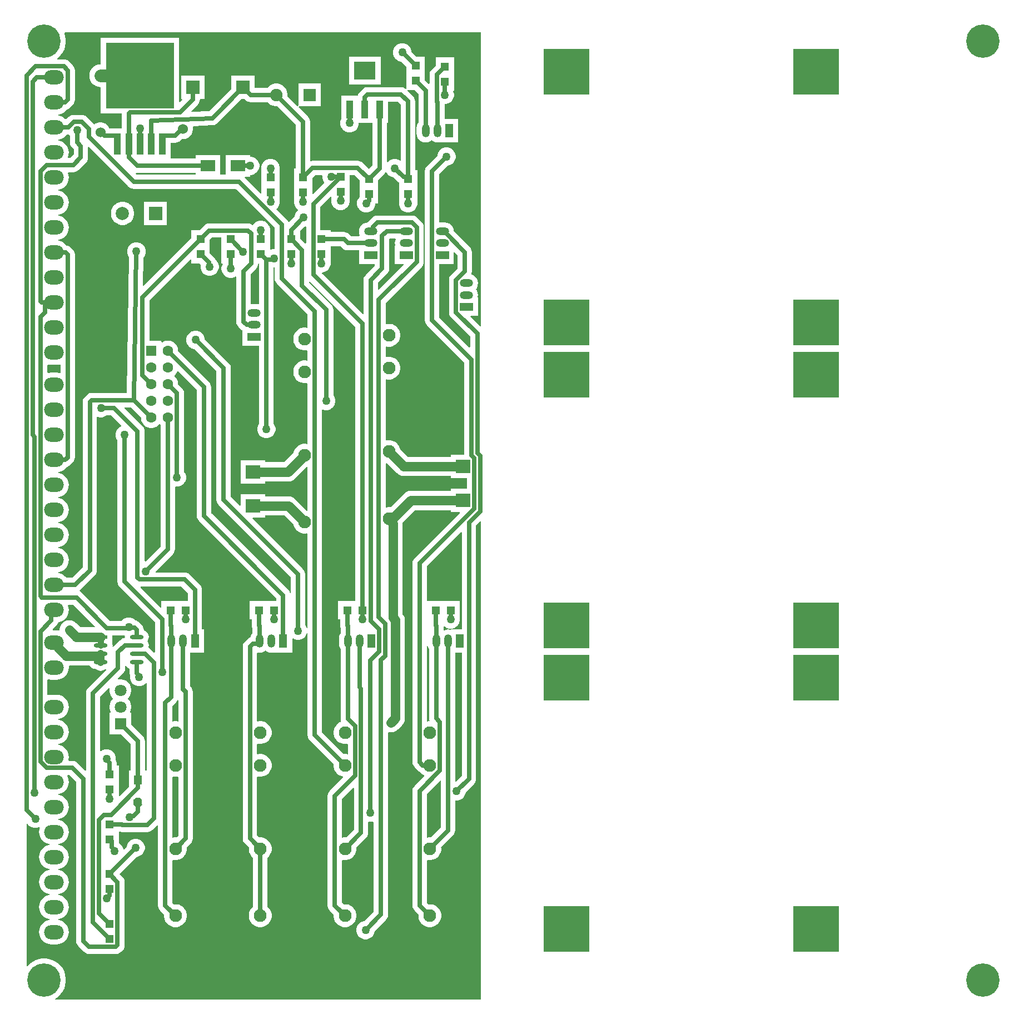
<source format=gtl>
G04*
G04 #@! TF.GenerationSoftware,Altium Limited,Altium Designer,22.3.1 (43)*
G04*
G04 Layer_Physical_Order=1*
G04 Layer_Color=255*
%FSLAX25Y25*%
%MOIN*%
G70*
G04*
G04 #@! TF.SameCoordinates,858DE3B6-85AC-4B40-B280-C04C9E7F73BC*
G04*
G04*
G04 #@! TF.FilePolarity,Positive*
G04*
G01*
G75*
%ADD20O,0.08268X0.02362*%
%ADD21R,0.08268X0.02362*%
%ADD22R,0.05000X0.05000*%
%ADD23R,0.08661X0.06890*%
%ADD24R,0.05000X0.05000*%
%ADD25R,0.03937X0.10630*%
%ADD26R,0.12992X0.10630*%
%ADD27R,0.07874X0.07874*%
%ADD28R,0.04134X0.12598*%
%ADD29R,0.41142X0.39370*%
%ADD30R,0.08823X0.08061*%
G04:AMPARAMS|DCode=31|XSize=55mil|YSize=50mil|CornerRadius=0mil|HoleSize=0mil|Usage=FLASHONLY|Rotation=270.000|XOffset=0mil|YOffset=0mil|HoleType=Round|Shape=Octagon|*
%AMOCTAGOND31*
4,1,8,-0.01250,-0.02750,0.01250,-0.02750,0.02500,-0.01500,0.02500,0.01500,0.01250,0.02750,-0.01250,0.02750,-0.02500,0.01500,-0.02500,-0.01500,-0.01250,-0.02750,0.0*
%
%ADD31OCTAGOND31*%

%ADD32R,0.05000X0.05500*%
%ADD63C,0.02500*%
%ADD64C,0.05500*%
%ADD65C,0.07500*%
%ADD66C,0.04500*%
%ADD67C,0.03500*%
%ADD68R,0.27559X0.27559*%
%ADD69R,0.07087X0.07087*%
%ADD70C,0.07087*%
%ADD71C,0.06299*%
%ADD72R,0.06299X0.06299*%
%ADD73O,0.04724X0.07874*%
%ADD74R,0.04724X0.07874*%
%ADD75O,0.11811X0.08661*%
%ADD76C,0.07480*%
%ADD77R,0.07480X0.07480*%
%ADD78C,0.07677*%
%ADD79R,0.07874X0.04724*%
%ADD80O,0.07874X0.04724*%
%ADD81C,0.20000*%
%ADD82C,0.07874*%
%ADD83C,0.05000*%
%ADD84C,0.06000*%
G36*
X134469Y541469D02*
X135357Y540788D01*
X136390Y540359D01*
X137500Y540213D01*
X147758D01*
X147765Y540203D01*
X148703Y539265D01*
X149807Y538527D01*
X151034Y538019D01*
X152336Y537760D01*
X153664D01*
X153675Y537762D01*
X164713Y526724D01*
Y500500D01*
X163500D01*
Y489500D01*
Y481224D01*
Y479776D01*
X163875Y478377D01*
X164599Y477123D01*
X165623Y476099D01*
X165989Y475887D01*
X165953Y475331D01*
X164999Y474377D01*
X164275Y473123D01*
X163900Y471725D01*
Y471563D01*
X160652Y468315D01*
X160162Y468412D01*
X159962Y468893D01*
X159281Y469781D01*
X152920Y476142D01*
X153901Y477123D01*
X154625Y478377D01*
X155000Y479776D01*
Y480500D01*
Y489500D01*
Y500500D01*
Y501224D01*
X154625Y502623D01*
X153901Y503877D01*
X152877Y504901D01*
X151623Y505625D01*
X150224Y506000D01*
X148776D01*
X147377Y505625D01*
X146123Y504901D01*
X145099Y503877D01*
X144375Y502623D01*
X144000Y501224D01*
Y499776D01*
Y489500D01*
Y485716D01*
X143538Y485524D01*
X134007Y495055D01*
X134214Y495555D01*
X137331D01*
Y496500D01*
X138055D01*
X139454Y496875D01*
X140708Y497599D01*
X141732Y498623D01*
X142456Y499877D01*
X142831Y501276D01*
Y502724D01*
X142456Y504123D01*
X141732Y505377D01*
X140708Y506401D01*
X139454Y507125D01*
X138055Y507500D01*
X137331D01*
Y508445D01*
X122669D01*
Y496787D01*
X119220D01*
Y508445D01*
X104559D01*
Y506287D01*
X89646D01*
Y515763D01*
X92373D01*
X93482Y515909D01*
X94516Y516337D01*
X95404Y517018D01*
X96390Y518004D01*
X96409Y518000D01*
X97591D01*
X98750Y518231D01*
X99842Y518683D01*
X100825Y519340D01*
X101661Y520175D01*
X102317Y521158D01*
X102769Y522250D01*
X103000Y523409D01*
Y524591D01*
X102865Y525270D01*
X103272Y525788D01*
X114749Y526282D01*
X115210Y526363D01*
X115674Y526424D01*
X115760Y526460D01*
X115851Y526476D01*
X116276Y526674D01*
X116708Y526853D01*
X116782Y526909D01*
X116866Y526948D01*
X117225Y527249D01*
X117596Y527534D01*
X132125Y542063D01*
X133875D01*
X134469Y541469D01*
D02*
G37*
G36*
X275777Y405871D02*
X275315Y405680D01*
X269405Y411589D01*
X269597Y412051D01*
X273937D01*
Y422776D01*
X273937Y422776D01*
X273822Y423276D01*
X273983Y424500D01*
X273799Y425900D01*
X273259Y427204D01*
X272615Y428043D01*
X273259Y428882D01*
X273799Y430187D01*
X273983Y431587D01*
X273799Y432986D01*
X273259Y434291D01*
X272399Y435411D01*
X271279Y436270D01*
X269975Y436811D01*
X269875Y436983D01*
X270105Y437539D01*
X270251Y438649D01*
Y450219D01*
X270105Y451329D01*
X269677Y452363D01*
X268996Y453251D01*
X259470Y462777D01*
X259299Y464073D01*
X258759Y465377D01*
X257899Y466498D01*
X256779Y467357D01*
X255475Y467897D01*
X254075Y468082D01*
X250925D01*
X250600Y468367D01*
Y497037D01*
X255562Y502000D01*
X255724D01*
X257123Y502375D01*
X258377Y503099D01*
X259401Y504123D01*
X260125Y505377D01*
X260500Y506776D01*
Y508224D01*
X260125Y509623D01*
X259401Y510877D01*
X258377Y511901D01*
X257123Y512625D01*
X255724Y513000D01*
X254276D01*
X252877Y512625D01*
X251623Y511901D01*
X250599Y510877D01*
X249875Y509623D01*
X249500Y508224D01*
Y508062D01*
X243282Y501844D01*
X242601Y500956D01*
X242172Y499923D01*
X242026Y498813D01*
Y409424D01*
X242172Y408314D01*
X242601Y407280D01*
X243282Y406393D01*
X265713Y383961D01*
Y328732D01*
X257589D01*
Y327501D01*
X231858D01*
X227167Y332192D01*
X227076Y332652D01*
X226560Y333897D01*
X225812Y335017D01*
X224859Y335969D01*
X223739Y336718D01*
X222495Y337233D01*
X221174Y337496D01*
X219827D01*
X219073Y337346D01*
X218687Y337664D01*
Y373652D01*
X219073Y373969D01*
X219827Y373819D01*
X221174D01*
X222495Y374082D01*
X223739Y374597D01*
X224859Y375346D01*
X225812Y376298D01*
X226560Y377418D01*
X227076Y378663D01*
X227339Y379984D01*
Y381331D01*
X227076Y382652D01*
X226560Y383897D01*
X225812Y385017D01*
X224859Y385969D01*
X223739Y386718D01*
X222495Y387233D01*
X221174Y387496D01*
X219827D01*
X219073Y387346D01*
X218687Y387664D01*
Y393337D01*
X219073Y393654D01*
X219827Y393504D01*
X221174D01*
X222495Y393767D01*
X223739Y394282D01*
X224859Y395031D01*
X225812Y395983D01*
X226560Y397103D01*
X227076Y398348D01*
X227339Y399669D01*
Y401016D01*
X227076Y402337D01*
X226560Y403582D01*
X225812Y404702D01*
X224859Y405654D01*
X223739Y406403D01*
X222495Y406918D01*
X221174Y407181D01*
X219827D01*
X219073Y407031D01*
X218687Y407348D01*
Y419825D01*
X240231Y441369D01*
X240912Y442257D01*
X241340Y443291D01*
X241487Y444400D01*
Y465100D01*
X241340Y466210D01*
X240912Y467244D01*
X240231Y468131D01*
X237431Y470931D01*
X236543Y471613D01*
X235509Y472041D01*
X234400Y472187D01*
X213600D01*
X212490Y472041D01*
X211456Y471613D01*
X210569Y470931D01*
X208069Y468432D01*
X207786Y468063D01*
X206525Y467897D01*
X205221Y467357D01*
X204101Y466498D01*
X203241Y465377D01*
X202701Y464073D01*
X202517Y462673D01*
X202701Y461273D01*
X203074Y460373D01*
X202740Y459873D01*
X197689D01*
X196531Y461031D01*
X195643Y461712D01*
X194609Y462141D01*
X193500Y462287D01*
X185500D01*
Y463500D01*
X179487D01*
Y477424D01*
X185538Y483476D01*
X186000Y483284D01*
Y480276D01*
X186375Y478877D01*
X187099Y477623D01*
X188123Y476599D01*
X189377Y475875D01*
X190776Y475500D01*
X192224D01*
X193623Y475875D01*
X194877Y476599D01*
X195901Y477623D01*
X196625Y478877D01*
X197000Y480276D01*
Y481000D01*
Y490000D01*
Y496414D01*
X200024D01*
X203000Y493438D01*
Y488500D01*
Y483378D01*
X202499Y482877D01*
X201775Y481623D01*
X201400Y480224D01*
Y478776D01*
X201775Y477377D01*
X202499Y476123D01*
X203523Y475099D01*
X204777Y474375D01*
X206176Y474000D01*
X207624D01*
X209023Y474375D01*
X210277Y475099D01*
X211301Y476123D01*
X212025Y477377D01*
X212400Y478776D01*
Y479410D01*
X212437Y479500D01*
X214000D01*
Y488500D01*
Y493438D01*
X218086Y497524D01*
X218488Y498047D01*
X219088Y498008D01*
X219599Y497123D01*
X220623Y496099D01*
X221877Y495375D01*
X223276Y495000D01*
X223438D01*
X226219Y492219D01*
X226500Y492003D01*
Y488500D01*
Y480224D01*
Y478776D01*
X226875Y477377D01*
X227599Y476123D01*
X228623Y475099D01*
X229877Y474375D01*
X231276Y474000D01*
X232724D01*
X234123Y474375D01*
X235377Y475099D01*
X236401Y476123D01*
X237125Y477377D01*
X237500Y478776D01*
Y479500D01*
Y488500D01*
Y499500D01*
X236287D01*
Y540600D01*
X236141Y541710D01*
X235712Y542743D01*
X235031Y543631D01*
X231624Y547038D01*
X231816Y547500D01*
X235938D01*
X238213Y545224D01*
Y527797D01*
X237816Y527279D01*
X237276Y525975D01*
X237091Y524575D01*
Y521425D01*
X237276Y520025D01*
X237816Y518721D01*
X238676Y517601D01*
X239796Y516741D01*
X241100Y516201D01*
X242500Y516017D01*
X243900Y516201D01*
X245204Y516741D01*
X246043Y517385D01*
X246882Y516741D01*
X248187Y516201D01*
X249587Y516017D01*
X250811Y516178D01*
X251311Y516063D01*
Y516063D01*
X262035D01*
Y529937D01*
X253873D01*
Y538900D01*
X254724D01*
X256123Y539275D01*
X257377Y539999D01*
X258401Y541023D01*
X259125Y542277D01*
X259500Y543676D01*
Y545124D01*
X259131Y546500D01*
X259115Y546593D01*
X259350Y547000D01*
X259500D01*
Y556000D01*
Y567000D01*
X248500D01*
Y562062D01*
X246169Y559731D01*
X245487Y558843D01*
X245059Y557809D01*
X244913Y556700D01*
Y551302D01*
X244451Y551111D01*
X242000Y553562D01*
Y556500D01*
Y567500D01*
X237062D01*
X234000Y570562D01*
Y570724D01*
X233625Y572123D01*
X232901Y573377D01*
X231877Y574401D01*
X230623Y575125D01*
X229224Y575500D01*
X227776D01*
X226377Y575125D01*
X225123Y574401D01*
X224099Y573377D01*
X223375Y572123D01*
X223000Y570724D01*
Y569276D01*
X223375Y567877D01*
X224099Y566623D01*
X225123Y565599D01*
X226377Y564875D01*
X227776Y564500D01*
X227938D01*
X231000Y561438D01*
Y556500D01*
Y548332D01*
X230500Y548085D01*
X229943Y548513D01*
X228909Y548941D01*
X227800Y549087D01*
X207600D01*
X206491Y548941D01*
X205457Y548513D01*
X204569Y547832D01*
X202969Y546232D01*
X202288Y545344D01*
X201859Y544310D01*
X201845Y544201D01*
X191976D01*
Y529965D01*
X191820Y529694D01*
X191445Y528295D01*
Y526847D01*
X191820Y525448D01*
X192544Y524194D01*
X193568Y523170D01*
X194822Y522446D01*
X196221Y522071D01*
X197669D01*
X199068Y522446D01*
X200322Y523170D01*
X201346Y524194D01*
X202070Y525448D01*
X202445Y526847D01*
Y527571D01*
X210769D01*
Y502331D01*
X208500Y500062D01*
X204831Y503731D01*
X203943Y504413D01*
X202909Y504841D01*
X201800Y504987D01*
X174700D01*
X173787Y504867D01*
X173287Y505199D01*
Y528500D01*
X173141Y529609D01*
X172712Y530643D01*
X172031Y531531D01*
X166302Y537260D01*
X166509Y537760D01*
X166656Y537760D01*
X179740D01*
Y551240D01*
X166260D01*
Y538163D01*
X166260Y538010D01*
X165760Y537802D01*
X159738Y543824D01*
X159740Y543836D01*
Y545164D01*
X159481Y546466D01*
X158973Y547693D01*
X158235Y548797D01*
X157297Y549735D01*
X156193Y550473D01*
X154966Y550981D01*
X153664Y551240D01*
X152336D01*
X151034Y550981D01*
X149807Y550473D01*
X148703Y549735D01*
X147765Y548797D01*
X147758Y548787D01*
X139937D01*
Y555937D01*
X126063D01*
Y548125D01*
X112714Y534776D01*
X102179Y534323D01*
X101977Y534780D01*
X106031Y538834D01*
X106712Y539722D01*
X107141Y540756D01*
X107287Y541865D01*
Y542063D01*
X109937D01*
Y555937D01*
X96063D01*
Y542063D01*
X96482D01*
X96674Y541601D01*
X95226Y540153D01*
X94764Y540345D01*
Y578685D01*
X47622D01*
Y562783D01*
X47622D01*
X46299Y562652D01*
X45026Y562266D01*
X43854Y561640D01*
X42826Y560796D01*
X41982Y559768D01*
X41356Y558596D01*
X40970Y557323D01*
X40839Y556000D01*
X40970Y554677D01*
X41356Y553405D01*
X41982Y552232D01*
X42826Y551204D01*
X43854Y550361D01*
X45026Y549734D01*
X46299Y549348D01*
X47622Y549218D01*
X47622D01*
Y533315D01*
X60200D01*
X60213Y533300D01*
Y524299D01*
X57269D01*
X56990Y524336D01*
X53027D01*
X52817Y524842D01*
X52161Y525825D01*
X51325Y526660D01*
X50342Y527317D01*
X49250Y527769D01*
X48091Y528000D01*
X46909D01*
X45750Y527769D01*
X44658Y527317D01*
X43772Y526725D01*
X43598Y526953D01*
X39270Y531281D01*
X38382Y531962D01*
X37348Y532391D01*
X36239Y532537D01*
X31532D01*
X30423Y532391D01*
X29389Y531962D01*
X28501Y531281D01*
X27138Y529918D01*
X26639Y529942D01*
X26469Y530150D01*
X25352Y531066D01*
X24079Y531746D01*
X22697Y532166D01*
X22452Y532190D01*
Y532692D01*
X22697Y532716D01*
X24079Y533136D01*
X25352Y533816D01*
X26469Y534732D01*
X27345Y535800D01*
X27350Y535800D01*
X28384Y536229D01*
X29272Y536910D01*
X30931Y538569D01*
X31612Y539457D01*
X32040Y540491D01*
X32186Y541600D01*
Y559200D01*
X32040Y560310D01*
X31612Y561344D01*
X30931Y562231D01*
X28531Y564632D01*
X27643Y565313D01*
X26609Y565741D01*
X25500Y565887D01*
X21724D01*
X21569Y566363D01*
X22248Y566856D01*
X23695Y568303D01*
X24898Y569958D01*
X25827Y571781D01*
X26459Y573728D01*
X26779Y575749D01*
Y577795D01*
X26459Y579816D01*
X25905Y581521D01*
X26213Y582021D01*
X275777D01*
Y405871D01*
D02*
G37*
G36*
X29099Y520123D02*
X29213Y520009D01*
Y516062D01*
X29359Y514952D01*
X29788Y513918D01*
X30469Y513031D01*
X31513Y511986D01*
Y508776D01*
X29424Y506687D01*
X28319D01*
X28269Y506771D01*
X28085Y507187D01*
X28485Y508504D01*
X28626Y509941D01*
X28485Y511378D01*
X28065Y512760D01*
X27385Y514033D01*
X26469Y515150D01*
X25352Y516066D01*
X24079Y516746D01*
X22697Y517166D01*
X22452Y517190D01*
Y517692D01*
X22697Y517716D01*
X24079Y518135D01*
X25352Y518816D01*
X26469Y519732D01*
X27225Y520654D01*
X28223D01*
X28752Y520724D01*
X29099Y520123D01*
D02*
G37*
G36*
X227713Y538825D02*
Y505222D01*
X227213Y504996D01*
X226123Y505625D01*
X224724Y506000D01*
X223276D01*
X221877Y505625D01*
X220623Y504901D01*
X219842Y504120D01*
X219342Y504327D01*
Y527571D01*
X220024D01*
Y540514D01*
X226024D01*
X227713Y538825D01*
D02*
G37*
G36*
X69600Y497713D02*
X104559D01*
Y496787D01*
X69275D01*
X68740Y497322D01*
X68974Y497796D01*
X69600Y497713D01*
D02*
G37*
G36*
X180500Y496224D02*
Y494776D01*
X180875Y493377D01*
X181599Y492123D01*
X181830Y491892D01*
X174962Y485024D01*
X174500Y485216D01*
Y489500D01*
Y494438D01*
X176476Y496414D01*
X180354D01*
X180500Y496224D01*
D02*
G37*
G36*
X170913Y465301D02*
Y455678D01*
X170451Y455486D01*
X167375Y458562D01*
Y462914D01*
X169962Y465500D01*
X170124D01*
X170516Y465606D01*
X170913Y465301D01*
D02*
G37*
G36*
X64469Y489469D02*
X65356Y488788D01*
X66390Y488360D01*
X67500Y488214D01*
X128724D01*
X151963Y464975D01*
Y452000D01*
X150776D01*
X149750Y451725D01*
X149250Y452109D01*
Y463500D01*
Y464224D01*
X148875Y465623D01*
X148151Y466877D01*
X147127Y467901D01*
X145873Y468625D01*
X144474Y469000D01*
X143026D01*
X141627Y468625D01*
X140373Y467901D01*
X139349Y466877D01*
X139183Y466589D01*
X138692Y466491D01*
X138143Y466913D01*
X137109Y467341D01*
X136000Y467487D01*
X112701D01*
X111591Y467341D01*
X110557Y466913D01*
X109669Y466231D01*
X106938Y463500D01*
X102000D01*
Y458562D01*
X73489Y430051D01*
X73028Y430246D01*
X73325Y447047D01*
X73501Y447223D01*
X74225Y448478D01*
X74600Y449876D01*
Y451325D01*
X74225Y452723D01*
X73501Y453977D01*
X72477Y455001D01*
X71223Y455726D01*
X69824Y456100D01*
X68376D01*
X66977Y455726D01*
X65723Y455001D01*
X64699Y453977D01*
X63975Y452723D01*
X63600Y451325D01*
Y449876D01*
X63975Y448478D01*
X64699Y447223D01*
X64752Y447170D01*
X63317Y365758D01*
X42264D01*
X41155Y365612D01*
X40121Y365183D01*
X39233Y364502D01*
X38169Y363438D01*
X37487Y362550D01*
X37059Y361516D01*
X36913Y360407D01*
Y261176D01*
X30673Y254936D01*
X27225D01*
X26469Y255858D01*
X25352Y256774D01*
X24079Y257455D01*
X22697Y257874D01*
X22452Y257898D01*
Y258401D01*
X22697Y258425D01*
X24079Y258844D01*
X25352Y259525D01*
X26469Y260441D01*
X27385Y261557D01*
X28065Y262831D01*
X28485Y264212D01*
X28626Y265650D01*
X28485Y267087D01*
X28065Y268468D01*
X27385Y269742D01*
X26469Y270858D01*
X25352Y271774D01*
X24079Y272455D01*
X22697Y272874D01*
X22452Y272898D01*
Y273401D01*
X22697Y273425D01*
X24079Y273844D01*
X25352Y274525D01*
X26469Y275441D01*
X27385Y276557D01*
X28065Y277831D01*
X28485Y279212D01*
X28626Y280650D01*
X28485Y282087D01*
X28065Y283469D01*
X27385Y284742D01*
X26469Y285858D01*
X25352Y286774D01*
X24079Y287455D01*
X22697Y287874D01*
X22452Y287898D01*
Y288401D01*
X22697Y288425D01*
X24079Y288844D01*
X25352Y289525D01*
X26469Y290441D01*
X27385Y291557D01*
X28065Y292831D01*
X28485Y294213D01*
X28626Y295650D01*
X28485Y297087D01*
X28065Y298468D01*
X27385Y299742D01*
X26469Y300858D01*
X25352Y301774D01*
X24079Y302455D01*
X22697Y302874D01*
X22452Y302898D01*
Y303401D01*
X22697Y303425D01*
X24079Y303844D01*
X25352Y304525D01*
X26469Y305441D01*
X27385Y306557D01*
X28065Y307831D01*
X28485Y309212D01*
X28626Y310650D01*
X28485Y312087D01*
X28065Y313469D01*
X27385Y314742D01*
X26469Y315858D01*
X25352Y316774D01*
X24079Y317455D01*
X22697Y317874D01*
X22452Y317898D01*
Y318401D01*
X22697Y318425D01*
X24079Y318844D01*
X25352Y319525D01*
X26469Y320441D01*
X27325Y321485D01*
X27509Y321509D01*
X28543Y321937D01*
X29431Y322618D01*
X30931Y324118D01*
X31612Y325006D01*
X32040Y326040D01*
X32186Y327150D01*
Y448800D01*
X32040Y449910D01*
X31612Y450944D01*
X30931Y451831D01*
X29790Y452972D01*
X28903Y453653D01*
X27869Y454082D01*
X27282Y454159D01*
X26469Y455150D01*
X25352Y456066D01*
X24079Y456746D01*
X22697Y457166D01*
X22452Y457190D01*
Y457692D01*
X22697Y457716D01*
X24079Y458136D01*
X25352Y458816D01*
X26469Y459732D01*
X27385Y460849D01*
X28065Y462122D01*
X28485Y463504D01*
X28626Y464941D01*
X28485Y466378D01*
X28065Y467760D01*
X27385Y469033D01*
X26469Y470150D01*
X25352Y471066D01*
X24079Y471746D01*
X22697Y472166D01*
X22452Y472190D01*
Y472692D01*
X22697Y472716D01*
X24079Y473136D01*
X25352Y473816D01*
X26469Y474732D01*
X27385Y475848D01*
X28065Y477122D01*
X28485Y478504D01*
X28626Y479941D01*
X28485Y481378D01*
X28065Y482760D01*
X27385Y484033D01*
X26469Y485150D01*
X25352Y486066D01*
X24079Y486746D01*
X22697Y487166D01*
X22452Y487190D01*
Y487692D01*
X22697Y487716D01*
X24079Y488135D01*
X25352Y488816D01*
X26469Y489732D01*
X27385Y490848D01*
X28065Y492122D01*
X28485Y493504D01*
X28626Y494941D01*
X28485Y496378D01*
X28110Y497614D01*
X28373Y498114D01*
X31200D01*
X32309Y498260D01*
X33343Y498688D01*
X34231Y499369D01*
X38831Y503969D01*
X39512Y504857D01*
X39940Y505891D01*
X40086Y507000D01*
Y513144D01*
X40587Y513351D01*
X64469Y489469D01*
D02*
G37*
G36*
X120125Y452500D02*
Y443500D01*
X120622D01*
X120872Y443067D01*
X120500Y442423D01*
X120125Y441024D01*
Y439576D01*
X120500Y438177D01*
X121224Y436923D01*
X122248Y435899D01*
X123502Y435175D01*
X124901Y434800D01*
X126349D01*
X127748Y435175D01*
X128513Y435616D01*
X129013Y435328D01*
Y408487D01*
X129159Y407377D01*
X129587Y406343D01*
X130269Y405455D01*
X132169Y403555D01*
X132563Y403253D01*
Y394138D01*
X142713D01*
Y347592D01*
X142599Y347477D01*
X141875Y346223D01*
X141500Y344825D01*
Y343376D01*
X141875Y341977D01*
X142599Y340723D01*
X143623Y339699D01*
X144877Y338975D01*
X146276Y338600D01*
X147724D01*
X149123Y338975D01*
X150377Y339699D01*
X151401Y340723D01*
X152125Y341977D01*
X152500Y343376D01*
Y344825D01*
X152125Y346223D01*
X151401Y347477D01*
X151286Y347592D01*
Y441000D01*
X151963D01*
Y434550D01*
X152109Y433441D01*
X152538Y432407D01*
X153219Y431519D01*
X171813Y412925D01*
Y405191D01*
X171427Y404874D01*
X170674Y405023D01*
X169326D01*
X168005Y404761D01*
X166761Y404245D01*
X165641Y403497D01*
X164688Y402544D01*
X163940Y401424D01*
X163424Y400180D01*
X163161Y398858D01*
Y397511D01*
X163424Y396190D01*
X163940Y394946D01*
X164688Y393826D01*
X165641Y392873D01*
X166761Y392125D01*
X168005Y391609D01*
X169326Y391346D01*
X170674D01*
X171427Y391496D01*
X171813Y391179D01*
Y385506D01*
X171427Y385189D01*
X170674Y385338D01*
X169326D01*
X168005Y385076D01*
X166761Y384560D01*
X165641Y383812D01*
X164688Y382859D01*
X163940Y381739D01*
X163424Y380495D01*
X163161Y379173D01*
Y377826D01*
X163424Y376505D01*
X163940Y375261D01*
X164688Y374141D01*
X165641Y373188D01*
X166761Y372440D01*
X168005Y371924D01*
X169326Y371661D01*
X170674D01*
X171427Y371811D01*
X171813Y371494D01*
Y335506D01*
X171427Y335189D01*
X170674Y335338D01*
X169326D01*
X168005Y335076D01*
X166761Y334560D01*
X165641Y333812D01*
X164688Y332859D01*
X163940Y331739D01*
X163424Y330495D01*
X163333Y330035D01*
X157598Y324300D01*
X146411D01*
Y325531D01*
X131589D01*
Y311470D01*
X146411D01*
Y312700D01*
X160000D01*
X161501Y312898D01*
X162900Y313477D01*
X164101Y314399D01*
X171313Y321611D01*
X171813Y321404D01*
Y295438D01*
X171313Y295231D01*
X164347Y302197D01*
X163146Y303119D01*
X161747Y303698D01*
X160246Y303896D01*
X146411D01*
Y305127D01*
X131589D01*
Y298327D01*
X131127Y298136D01*
X125687Y303576D01*
Y380801D01*
X125540Y381910D01*
X125112Y382944D01*
X124431Y383832D01*
X110100Y398163D01*
Y398324D01*
X109726Y399723D01*
X109002Y400977D01*
X107977Y402001D01*
X106723Y402726D01*
X105324Y403100D01*
X103876D01*
X102478Y402726D01*
X101223Y402001D01*
X100199Y400977D01*
X99475Y399723D01*
X99100Y398324D01*
Y396876D01*
X99475Y395477D01*
X100199Y394223D01*
X101223Y393199D01*
X102478Y392475D01*
X103876Y392100D01*
X104038D01*
X117113Y379025D01*
Y301800D01*
X117259Y300691D01*
X117687Y299657D01*
X118369Y298769D01*
X161713Y255425D01*
Y245938D01*
X161213Y245839D01*
X160857Y246699D01*
X160176Y247587D01*
X113886Y293876D01*
Y369400D01*
X113740Y370510D01*
X113312Y371544D01*
X112631Y372431D01*
X94150Y390913D01*
Y391606D01*
X93913Y392794D01*
X93450Y393913D01*
X92777Y394920D01*
X91920Y395777D01*
X90913Y396450D01*
X89794Y396913D01*
X88606Y397150D01*
X87394D01*
X86206Y396913D01*
X85087Y396450D01*
X84591Y396118D01*
X84150Y396354D01*
Y397150D01*
X76886D01*
Y421324D01*
X101538Y445976D01*
X102000Y445784D01*
Y443500D01*
X106938D01*
X107651Y442787D01*
X107500Y442224D01*
Y440776D01*
X107875Y439377D01*
X108599Y438123D01*
X109623Y437099D01*
X110877Y436375D01*
X112276Y436000D01*
X113724D01*
X115123Y436375D01*
X116377Y437099D01*
X117401Y438123D01*
X118125Y439377D01*
X118500Y440776D01*
Y442224D01*
X118125Y443623D01*
X117401Y444877D01*
X116377Y445901D01*
X116309Y445940D01*
X116234Y446122D01*
X115553Y447010D01*
X113000Y449562D01*
Y452500D01*
Y457438D01*
X114476Y458914D01*
X120125D01*
Y452500D01*
D02*
G37*
G36*
X224574Y457887D02*
X224201Y456986D01*
X224017Y455587D01*
X224178Y454362D01*
X224063Y453862D01*
X224063D01*
Y443138D01*
X229222D01*
X229413Y442676D01*
X214348Y427611D01*
X213886Y427803D01*
Y431725D01*
X219431Y437269D01*
X220112Y438157D01*
X220540Y439191D01*
X220687Y440300D01*
Y458125D01*
X220948Y458387D01*
X224240D01*
X224574Y457887D01*
D02*
G37*
G36*
X142713Y419293D02*
X142213Y418932D01*
X141075Y419082D01*
X137925D01*
X137586Y419379D01*
Y437025D01*
X140931Y440369D01*
X141612Y441257D01*
X142040Y442291D01*
X142186Y443400D01*
Y443500D01*
X142713D01*
Y419293D01*
D02*
G37*
G36*
X192882Y452555D02*
X193770Y451874D01*
X194804Y451446D01*
X195913Y451300D01*
X202563D01*
Y443138D01*
X212113D01*
Y442076D01*
X206569Y436531D01*
X205887Y435644D01*
X205459Y434610D01*
X205313Y433500D01*
Y413203D01*
X204851Y413011D01*
X180324Y437538D01*
X180516Y438000D01*
X180724D01*
X182123Y438375D01*
X183377Y439099D01*
X184401Y440123D01*
X185125Y441377D01*
X185500Y442776D01*
Y443500D01*
Y452500D01*
Y453713D01*
X191724D01*
X192882Y452555D01*
D02*
G37*
G36*
X261678Y448444D02*
Y440424D01*
X257782Y436528D01*
X257101Y435640D01*
X256672Y434607D01*
X256526Y433497D01*
Y414119D01*
X256672Y413010D01*
X257101Y411976D01*
X257782Y411088D01*
X269213Y399657D01*
Y393239D01*
X268751Y393048D01*
X250600Y411199D01*
Y443138D01*
X259437D01*
Y450031D01*
X259899Y450223D01*
X261678Y448444D01*
D02*
G37*
G36*
X23613Y382575D02*
Y378016D01*
X23212Y377718D01*
X22697Y377874D01*
X21260Y378016D01*
X18110D01*
X16673Y377874D01*
X16188Y377727D01*
X15787Y378025D01*
Y382566D01*
X16188Y382863D01*
X16673Y382716D01*
X18110Y382575D01*
X21260D01*
X22697Y382716D01*
X23212Y382872D01*
X23613Y382575D01*
D02*
G37*
G36*
X200213Y405525D02*
Y241000D01*
X190000D01*
Y230000D01*
X191213D01*
Y226443D01*
X191359Y225333D01*
X191656Y224618D01*
Y221797D01*
X191258Y221279D01*
X190718Y219975D01*
X190534Y218575D01*
Y215425D01*
X190718Y214025D01*
X191258Y212721D01*
X191656Y212203D01*
Y170300D01*
X191802Y169191D01*
X192008Y168693D01*
X190927Y168245D01*
X189807Y167497D01*
X188855Y166544D01*
X188106Y165424D01*
X187591Y164180D01*
X187328Y162858D01*
Y161511D01*
X187591Y160190D01*
X188106Y158946D01*
X188855Y157826D01*
X189807Y156873D01*
X190927Y156125D01*
X192172Y155609D01*
X193493Y155346D01*
X194840D01*
X195627Y155503D01*
X196013Y155186D01*
Y149499D01*
X195627Y149182D01*
X194840Y149339D01*
X193493D01*
X193407Y149321D01*
X180386Y162342D01*
Y355592D01*
X180886Y355845D01*
X182176Y355500D01*
X183624D01*
X185023Y355875D01*
X186277Y356599D01*
X187301Y357623D01*
X188025Y358877D01*
X188400Y360276D01*
Y361724D01*
X188025Y363123D01*
X187301Y364377D01*
X187187Y364492D01*
Y415700D01*
X187040Y416810D01*
X186612Y417844D01*
X185931Y418731D01*
X172726Y431936D01*
X172766Y432305D01*
X173246Y432492D01*
X200213Y405525D01*
D02*
G37*
G36*
X60154Y346284D02*
X60025Y345801D01*
X59928Y345775D01*
X58674Y345051D01*
X57649Y344027D01*
X56925Y342773D01*
X56551Y341374D01*
Y339926D01*
X56925Y338527D01*
X57649Y337273D01*
X57764Y337158D01*
Y252598D01*
X57910Y251489D01*
X58338Y250455D01*
X59020Y249567D01*
X80213Y228373D01*
Y210336D01*
X79751Y210145D01*
X77365Y212531D01*
X76477Y213212D01*
X76302Y213285D01*
X76353Y213408D01*
X76497Y214500D01*
X76353Y215592D01*
X75932Y216609D01*
X75631Y217000D01*
X75932Y217391D01*
X76353Y218408D01*
X76497Y219500D01*
X76353Y220591D01*
X75932Y221609D01*
X75261Y222482D01*
X74388Y223152D01*
X73614Y223473D01*
Y223694D01*
X73467Y224803D01*
X73039Y225837D01*
X72358Y226725D01*
X70893Y228189D01*
X70006Y228870D01*
X68972Y229299D01*
X68405Y229373D01*
X67877Y229901D01*
X66623Y230625D01*
X65224Y231000D01*
X63776D01*
X62377Y230625D01*
X61123Y229901D01*
X60335Y229114D01*
X53249D01*
X36230Y246131D01*
X35343Y246813D01*
X35212Y246867D01*
X35147Y247363D01*
X35480Y247618D01*
X44231Y256369D01*
X44912Y257257D01*
X45340Y258291D01*
X45487Y259400D01*
Y351292D01*
X45987Y351546D01*
X47276Y351200D01*
X48724D01*
X50123Y351575D01*
X51377Y352299D01*
X51491Y352414D01*
X54024D01*
X60154Y346284D01*
D02*
G37*
G36*
X225355Y317601D02*
X226556Y316679D01*
X227955Y316100D01*
X229456Y315902D01*
X257589D01*
Y314671D01*
X267375D01*
Y308329D01*
X257589D01*
Y307098D01*
X233811D01*
X232310Y306900D01*
X230911Y306321D01*
X229710Y305399D01*
X221570Y297260D01*
X221174Y297339D01*
X219827D01*
X219073Y297189D01*
X218687Y297506D01*
Y323562D01*
X219186Y323769D01*
X225355Y317601D01*
D02*
G37*
G36*
X71850Y351087D02*
Y350394D01*
X72087Y349206D01*
X72550Y348087D01*
X73223Y347080D01*
X74080Y346223D01*
X75087Y345550D01*
X76206Y345087D01*
X77394Y344850D01*
X78606D01*
X79794Y345087D01*
X80913Y345550D01*
X81920Y346223D01*
X82684Y346987D01*
X83000Y347041D01*
X83316Y346987D01*
X83713Y346590D01*
Y273876D01*
X74548Y264711D01*
X74086Y264903D01*
Y342700D01*
X73940Y343810D01*
X73512Y344844D01*
X72831Y345731D01*
X61840Y356723D01*
X62031Y357185D01*
X65753D01*
X71850Y351087D01*
D02*
G37*
G36*
X99887Y245825D02*
Y241000D01*
X84000D01*
Y237364D01*
X83538Y237173D01*
X71597Y249114D01*
X71804Y249614D01*
X96098D01*
X99887Y245825D01*
D02*
G37*
G36*
X44476Y225762D02*
X44285Y225300D01*
X35495D01*
X32955Y227840D01*
X31754Y228762D01*
X30355Y229341D01*
X28854Y229538D01*
X27353Y229341D01*
X25954Y228762D01*
X24753Y227840D01*
X23832Y226639D01*
X23252Y225240D01*
X23062Y223798D01*
X22979Y223663D01*
X22595Y223396D01*
X21260Y223528D01*
X19042D01*
X18851Y223990D01*
X21131Y226269D01*
X21812Y227157D01*
X22240Y228191D01*
X22266Y228382D01*
X22697Y228425D01*
X24079Y228844D01*
X25352Y229525D01*
X26469Y230441D01*
X27385Y231557D01*
X28065Y232831D01*
X28485Y234212D01*
X28626Y235650D01*
X28485Y237087D01*
X28112Y238314D01*
X28380Y238814D01*
X31424D01*
X44476Y225762D01*
D02*
G37*
G36*
X163333Y286808D02*
X163424Y286348D01*
X163940Y285103D01*
X164688Y283983D01*
X165641Y283031D01*
X166761Y282282D01*
X168005Y281767D01*
X169326Y281504D01*
X170674D01*
X171427Y281654D01*
X171813Y281336D01*
Y224687D01*
X171313Y224621D01*
X171125Y225323D01*
X170401Y226577D01*
X170287Y226692D01*
Y257200D01*
X170140Y258310D01*
X169712Y259344D01*
X169031Y260231D01*
X138658Y290604D01*
X138850Y291066D01*
X146411D01*
Y292297D01*
X157844D01*
X163333Y286808D01*
D02*
G37*
G36*
X264213Y282172D02*
Y223937D01*
X257724D01*
X257724Y223937D01*
X257224Y223822D01*
X256000Y223983D01*
X254600Y223799D01*
X253700Y223426D01*
X253200Y223760D01*
Y225815D01*
X253684Y226038D01*
X254123Y225600D01*
X255377Y224875D01*
X256776Y224501D01*
X258224D01*
X259623Y224875D01*
X260877Y225600D01*
X261901Y226624D01*
X262625Y227878D01*
X263000Y229276D01*
Y230000D01*
Y241000D01*
X243186D01*
Y261799D01*
X263751Y282363D01*
X264213Y282172D01*
D02*
G37*
G36*
X62236Y220100D02*
X62157Y219500D01*
X62187Y219268D01*
X61754Y218728D01*
X61090Y218641D01*
X60056Y218212D01*
X59168Y217531D01*
X55228Y213591D01*
X54754Y213824D01*
X54843Y214500D01*
X54745Y215248D01*
X54807Y215319D01*
X54807D01*
Y220540D01*
X61809D01*
X62236Y220100D01*
D02*
G37*
G36*
X41738Y201518D02*
X42612Y200848D01*
X43629Y200427D01*
X44509Y200311D01*
X45026Y199914D01*
X46303Y199385D01*
X47673Y199205D01*
X49044Y199385D01*
X50321Y199914D01*
X50621Y200145D01*
X50839Y200109D01*
X51010Y199573D01*
X40119Y188682D01*
X39438Y187794D01*
X39009Y186760D01*
X38863Y185651D01*
Y139452D01*
X38401Y139261D01*
X33731Y143931D01*
X32843Y144613D01*
X31809Y145041D01*
X30700Y145187D01*
X28639D01*
X28341Y145589D01*
X28485Y146063D01*
X28626Y147500D01*
X28485Y148937D01*
X28065Y150319D01*
X27385Y151592D01*
X26469Y152709D01*
X25352Y153625D01*
X24079Y154305D01*
X22697Y154725D01*
X22452Y154749D01*
Y155251D01*
X22697Y155275D01*
X24079Y155694D01*
X25352Y156375D01*
X26469Y157291D01*
X27385Y158407D01*
X28065Y159681D01*
X28485Y161063D01*
X28626Y162500D01*
X28485Y163937D01*
X28065Y165319D01*
X27385Y166592D01*
X26469Y167709D01*
X25352Y168625D01*
X24079Y169305D01*
X22697Y169725D01*
X22452Y169749D01*
Y170251D01*
X22697Y170275D01*
X24079Y170694D01*
X25352Y171375D01*
X26469Y172291D01*
X27385Y173407D01*
X28065Y174681D01*
X28485Y176063D01*
X28626Y177500D01*
X28485Y178937D01*
X28065Y180319D01*
X27385Y181592D01*
X26469Y182709D01*
X25352Y183625D01*
X24079Y184305D01*
X22697Y184725D01*
X21260Y184866D01*
X18110D01*
X16673Y184725D01*
X16188Y184577D01*
X15787Y184875D01*
Y193786D01*
X16188Y194084D01*
X16673Y193937D01*
X18110Y193795D01*
X21260D01*
X22697Y193937D01*
X24079Y194356D01*
X25352Y195037D01*
X26469Y195953D01*
X27385Y197069D01*
X28065Y198343D01*
X28485Y199724D01*
X28626Y201161D01*
X28542Y202020D01*
X28877Y202391D01*
X41069D01*
X41738Y201518D01*
D02*
G37*
G36*
X94313Y181501D02*
Y169191D01*
X93927Y168874D01*
X93173Y169024D01*
X91826D01*
X91073Y168874D01*
X90687Y169191D01*
Y178125D01*
X93031Y180469D01*
X93712Y181357D01*
X93813Y181600D01*
X94313Y181501D01*
D02*
G37*
G36*
X243689Y214025D02*
X244230Y212721D01*
X244627Y212203D01*
Y170687D01*
X244773Y169577D01*
X244830Y169439D01*
X244552Y169024D01*
X244326D01*
X243573Y168874D01*
X243186Y169191D01*
Y214014D01*
X243687Y214046D01*
X243689Y214025D01*
D02*
G37*
G36*
X63392Y201518D02*
X64265Y200848D01*
X65040Y200527D01*
Y197600D01*
X65186Y196490D01*
X65268Y196292D01*
X65250Y196224D01*
Y194776D01*
X65625Y193377D01*
X66349Y192123D01*
X67373Y191099D01*
X68627Y190375D01*
X70026Y190000D01*
X71474D01*
X72873Y190375D01*
X74127Y191099D01*
X74913Y191885D01*
X75413Y191678D01*
Y139500D01*
X74287D01*
Y157000D01*
X74141Y158109D01*
X73712Y159143D01*
X73031Y160031D01*
X66043Y167019D01*
Y174043D01*
X65595D01*
X65358Y174543D01*
X65792Y175591D01*
X66043Y176856D01*
Y178144D01*
X65792Y179409D01*
X65299Y180599D01*
X64583Y181671D01*
X63754Y182500D01*
X64583Y183329D01*
X65299Y184401D01*
X65792Y185591D01*
X66043Y186855D01*
Y188144D01*
X65792Y189409D01*
X65299Y190599D01*
X64583Y191671D01*
X63671Y192582D01*
X62599Y193299D01*
X61409Y193792D01*
X60144Y194043D01*
X58855D01*
X58177Y193908D01*
X57931Y194369D01*
X61131Y197569D01*
X61812Y198457D01*
X62240Y199491D01*
X62387Y200600D01*
Y202007D01*
X62887Y202177D01*
X63392Y201518D01*
D02*
G37*
G36*
X264213Y136176D02*
X260787Y132749D01*
X260287Y132957D01*
Y210063D01*
X264213D01*
Y136176D01*
D02*
G37*
G36*
X53092Y188823D02*
X52957Y188144D01*
Y186855D01*
X53208Y185591D01*
X53701Y184401D01*
X54418Y183329D01*
X55246Y182500D01*
X54418Y181671D01*
X53701Y180599D01*
X53208Y179409D01*
X52957Y178144D01*
Y176856D01*
X53208Y175591D01*
X53642Y174543D01*
X53405Y174043D01*
X52957D01*
Y160957D01*
X59981D01*
X65713Y155224D01*
Y139500D01*
X64500D01*
Y129463D01*
X58962Y123925D01*
X58500Y124116D01*
Y131500D01*
Y142500D01*
X57287D01*
Y144064D01*
X57141Y145174D01*
X56712Y146207D01*
X56710Y146210D01*
Y147254D01*
X56336Y148653D01*
X55611Y149907D01*
X54588Y150931D01*
X53333Y151655D01*
X51934Y152030D01*
X50486D01*
X49088Y151655D01*
X47937Y150991D01*
X47437Y151173D01*
Y183875D01*
X52631Y189069D01*
X53092Y188823D01*
D02*
G37*
G36*
X251713Y133298D02*
Y105276D01*
X245759Y99322D01*
X245673Y99339D01*
X244326D01*
X243573Y99189D01*
X243186Y99506D01*
Y125425D01*
X251251Y133490D01*
X251713Y133298D01*
D02*
G37*
G36*
X199513Y128898D02*
Y103909D01*
X194926Y99322D01*
X194840Y99339D01*
X193493D01*
X192673Y99175D01*
X192287Y99493D01*
Y122325D01*
X199051Y129089D01*
X199513Y128898D01*
D02*
G37*
G36*
X91826Y135661D02*
X93173D01*
X93927Y135811D01*
X94313Y135494D01*
Y100375D01*
X93259Y99322D01*
X93173Y99339D01*
X91826D01*
X91073Y99189D01*
X90687Y99506D01*
Y135494D01*
X91073Y135811D01*
X91826Y135661D01*
D02*
G37*
G36*
X105313Y367625D02*
Y292100D01*
X105459Y290991D01*
X105887Y289957D01*
X106569Y289069D01*
X152858Y242780D01*
Y241000D01*
X137000D01*
Y230000D01*
X138213D01*
Y226472D01*
X138359Y225362D01*
X138684Y224577D01*
Y221797D01*
X138287Y221279D01*
X137747Y219975D01*
X137678Y219453D01*
X136856Y219113D01*
X135969Y218431D01*
X134169Y216632D01*
X133487Y215744D01*
X133059Y214710D01*
X132913Y213600D01*
Y98634D01*
X133059Y97524D01*
X133487Y96490D01*
X134169Y95602D01*
X136512Y93259D01*
X136495Y93173D01*
Y91826D01*
X136758Y90505D01*
X137273Y89261D01*
X138022Y88141D01*
X138974Y87188D01*
X139047Y87139D01*
Y57703D01*
X138974Y57654D01*
X138022Y56702D01*
X137273Y55582D01*
X136758Y54337D01*
X136495Y53016D01*
Y51669D01*
X136758Y50348D01*
X137273Y49103D01*
X138022Y47983D01*
X138974Y47031D01*
X140094Y46282D01*
X141339Y45767D01*
X142660Y45504D01*
X144007D01*
X145328Y45767D01*
X146573Y46282D01*
X147693Y47031D01*
X148645Y47983D01*
X149394Y49103D01*
X149909Y50348D01*
X150172Y51669D01*
Y53016D01*
X149909Y54337D01*
X149394Y55582D01*
X148645Y56702D01*
X147693Y57654D01*
X147620Y57703D01*
Y87139D01*
X147693Y87188D01*
X148645Y88141D01*
X149394Y89261D01*
X149909Y90505D01*
X150172Y91826D01*
Y93173D01*
X149909Y94495D01*
X149394Y95739D01*
X148645Y96859D01*
X147693Y97812D01*
X146573Y98560D01*
X145328Y99076D01*
X144007Y99339D01*
X142660D01*
X142574Y99322D01*
X141487Y100409D01*
Y135501D01*
X141873Y135818D01*
X142660Y135661D01*
X144007D01*
X145328Y135924D01*
X146573Y136440D01*
X147693Y137188D01*
X148645Y138141D01*
X149394Y139261D01*
X149909Y140505D01*
X150172Y141826D01*
Y143174D01*
X149909Y144495D01*
X149394Y145739D01*
X148645Y146859D01*
X147693Y147812D01*
X146573Y148560D01*
X145328Y149076D01*
X144007Y149339D01*
X142660D01*
X141873Y149182D01*
X141487Y149499D01*
Y155186D01*
X141873Y155503D01*
X142660Y155346D01*
X144007D01*
X145328Y155609D01*
X146573Y156125D01*
X147693Y156873D01*
X148645Y157826D01*
X149394Y158946D01*
X149909Y160190D01*
X150172Y161511D01*
Y162858D01*
X149909Y164180D01*
X149394Y165424D01*
X148645Y166544D01*
X147693Y167497D01*
X146573Y168245D01*
X145328Y168761D01*
X144007Y169024D01*
X142660D01*
X141873Y168867D01*
X141487Y169184D01*
Y209717D01*
X141987Y210146D01*
X142971Y210017D01*
X144371Y210201D01*
X145675Y210741D01*
X146514Y211385D01*
X147353Y210741D01*
X148658Y210201D01*
X150058Y210017D01*
X151282Y210178D01*
X151782Y210063D01*
Y210063D01*
X162507D01*
Y218289D01*
X163007Y218578D01*
X163877Y218075D01*
X165276Y217700D01*
X166724D01*
X168123Y218075D01*
X169377Y218799D01*
X170401Y219823D01*
X171125Y221077D01*
X171313Y221780D01*
X171813Y221714D01*
Y160567D01*
X171959Y159457D01*
X172387Y158423D01*
X173069Y157536D01*
X187345Y143259D01*
X187328Y143174D01*
Y141826D01*
X187591Y140505D01*
X188106Y139261D01*
X188855Y138141D01*
X189807Y137188D01*
X190927Y136440D01*
X192172Y135924D01*
X192908Y135778D01*
X193072Y135235D01*
X184969Y127131D01*
X184287Y126244D01*
X183859Y125210D01*
X183713Y124100D01*
Y58509D01*
X183859Y57400D01*
X184287Y56366D01*
X184969Y55478D01*
X187345Y53102D01*
X187328Y53016D01*
Y51669D01*
X187591Y50348D01*
X188106Y49103D01*
X188855Y47983D01*
X189807Y47031D01*
X190927Y46282D01*
X192172Y45767D01*
X193493Y45504D01*
X194840D01*
X196161Y45767D01*
X197406Y46282D01*
X198526Y47031D01*
X199478Y47983D01*
X200227Y49103D01*
X200742Y50348D01*
X201005Y51669D01*
Y53016D01*
X200742Y54337D01*
X200227Y55582D01*
X199478Y56702D01*
X198526Y57654D01*
X197406Y58403D01*
X196161Y58918D01*
X194840Y59181D01*
X193493D01*
X193407Y59164D01*
X192287Y60285D01*
Y85507D01*
X192673Y85825D01*
X193493Y85661D01*
X194840D01*
X196161Y85924D01*
X197406Y86440D01*
X198526Y87188D01*
X199478Y88141D01*
X200227Y89261D01*
X200742Y90505D01*
X201005Y91826D01*
Y93173D01*
X200988Y93259D01*
X206831Y99102D01*
X207512Y99990D01*
X207940Y101024D01*
X208086Y102133D01*
Y108321D01*
X208483Y108625D01*
X208576Y108600D01*
X210024D01*
X211016Y108866D01*
X211413Y108562D01*
Y54676D01*
X205938Y49200D01*
X205776D01*
X204377Y48825D01*
X203123Y48101D01*
X202099Y47077D01*
X201375Y45823D01*
X201000Y44425D01*
Y42976D01*
X201375Y41577D01*
X202099Y40323D01*
X203123Y39299D01*
X204377Y38575D01*
X205776Y38200D01*
X207224D01*
X208623Y38575D01*
X209877Y39299D01*
X210901Y40323D01*
X211625Y41577D01*
X212000Y42976D01*
Y43138D01*
X218731Y49869D01*
X219412Y50757D01*
X219840Y51791D01*
X219987Y52900D01*
Y162145D01*
X220486Y162474D01*
X221800Y162301D01*
X223301Y162498D01*
X224700Y163078D01*
X225901Y163999D01*
X228413Y166512D01*
X229335Y167713D01*
X229914Y169112D01*
X230112Y170613D01*
Y229601D01*
X229914Y231102D01*
X229335Y232500D01*
X228812Y233182D01*
Y287398D01*
X228731Y288016D01*
X236213Y295498D01*
X257589D01*
Y294268D01*
X262878D01*
X263069Y293806D01*
X235869Y266605D01*
X235187Y265717D01*
X234759Y264684D01*
X234613Y263574D01*
Y144400D01*
X234759Y143290D01*
X235187Y142257D01*
X235869Y141369D01*
X237769Y139469D01*
X238656Y138788D01*
X239485Y138444D01*
X239688Y138141D01*
X240641Y137188D01*
X241526Y136596D01*
X241632Y135994D01*
X235869Y130231D01*
X235187Y129344D01*
X234759Y128310D01*
X234613Y127200D01*
Y58443D01*
X234759Y57333D01*
X235187Y56299D01*
X235869Y55411D01*
X238178Y53102D01*
X238161Y53016D01*
Y51669D01*
X238424Y50348D01*
X238940Y49103D01*
X239688Y47983D01*
X240641Y47030D01*
X241761Y46282D01*
X243005Y45767D01*
X244326Y45504D01*
X245673D01*
X246995Y45767D01*
X248239Y46282D01*
X249359Y47030D01*
X250312Y47983D01*
X251060Y49103D01*
X251576Y50348D01*
X251839Y51669D01*
Y53016D01*
X251576Y54337D01*
X251060Y55582D01*
X250312Y56702D01*
X249359Y57654D01*
X248239Y58403D01*
X246995Y58918D01*
X245673Y59181D01*
X244326D01*
X244241Y59164D01*
X243186Y60218D01*
Y85494D01*
X243573Y85811D01*
X244326Y85661D01*
X245673D01*
X246995Y85924D01*
X248239Y86440D01*
X249359Y87188D01*
X250312Y88141D01*
X251060Y89261D01*
X251576Y90505D01*
X251839Y91826D01*
Y93173D01*
X251821Y93259D01*
X259031Y100469D01*
X259712Y101357D01*
X260141Y102391D01*
X260287Y103500D01*
Y121400D01*
X261724D01*
X263123Y121775D01*
X264377Y122499D01*
X265401Y123523D01*
X266125Y124777D01*
X266500Y126176D01*
Y126338D01*
X271531Y131369D01*
X272212Y132257D01*
X272641Y133291D01*
X272787Y134401D01*
Y286449D01*
X275315Y288977D01*
X275777Y288786D01*
Y2021D01*
X20408D01*
X20291Y2507D01*
X20593Y2661D01*
X22248Y3864D01*
X23695Y5310D01*
X24898Y6966D01*
X25827Y8789D01*
X26459Y10735D01*
X26779Y12756D01*
Y14803D01*
X26459Y16824D01*
X25827Y18770D01*
X24898Y20593D01*
X23695Y22248D01*
X22248Y23695D01*
X20593Y24898D01*
X18770Y25827D01*
X16824Y26459D01*
X14803Y26779D01*
X12756D01*
X10735Y26459D01*
X8789Y25827D01*
X6966Y24898D01*
X5311Y23695D01*
X3864Y22248D01*
X3752Y22095D01*
X3277Y22249D01*
Y107547D01*
X3777Y107681D01*
X4099Y107123D01*
X5123Y106099D01*
X6377Y105375D01*
X7776Y105000D01*
X9224D01*
X10623Y105375D01*
X10871Y105518D01*
X11258Y105164D01*
X10886Y103937D01*
X10744Y102500D01*
X10886Y101063D01*
X11305Y99681D01*
X11986Y98408D01*
X12902Y97291D01*
X14018Y96375D01*
X15292Y95695D01*
X16673Y95275D01*
X16918Y95251D01*
Y94749D01*
X16673Y94725D01*
X15292Y94305D01*
X14018Y93625D01*
X12902Y92709D01*
X11986Y91592D01*
X11305Y90319D01*
X10886Y88937D01*
X10744Y87500D01*
X10886Y86063D01*
X11305Y84681D01*
X11986Y83407D01*
X12902Y82291D01*
X14018Y81375D01*
X15292Y80695D01*
X16673Y80275D01*
X16918Y80251D01*
Y79749D01*
X16673Y79725D01*
X15292Y79305D01*
X14018Y78625D01*
X12902Y77709D01*
X11986Y76592D01*
X11305Y75319D01*
X10886Y73937D01*
X10744Y72500D01*
X10886Y71063D01*
X11305Y69681D01*
X11986Y68407D01*
X12902Y67291D01*
X14018Y66375D01*
X15292Y65694D01*
X16673Y65275D01*
X16918Y65251D01*
Y64749D01*
X16673Y64725D01*
X15292Y64305D01*
X14018Y63625D01*
X12902Y62709D01*
X11986Y61592D01*
X11305Y60319D01*
X10886Y58937D01*
X10744Y57500D01*
X10886Y56063D01*
X11305Y54681D01*
X11986Y53408D01*
X12902Y52291D01*
X14018Y51375D01*
X15292Y50695D01*
X16673Y50275D01*
X16918Y50251D01*
Y49749D01*
X16673Y49725D01*
X15292Y49305D01*
X14018Y48625D01*
X12902Y47709D01*
X11986Y46592D01*
X11305Y45319D01*
X10886Y43937D01*
X10744Y42500D01*
X10886Y41063D01*
X11305Y39681D01*
X11986Y38407D01*
X12902Y37291D01*
X14018Y36375D01*
X15292Y35695D01*
X16673Y35275D01*
X18110Y35134D01*
X21260D01*
X22697Y35275D01*
X24079Y35695D01*
X25352Y36375D01*
X26469Y37291D01*
X27385Y38407D01*
X28065Y39681D01*
X28485Y41063D01*
X28626Y42500D01*
X28485Y43937D01*
X28065Y45319D01*
X27385Y46592D01*
X26469Y47709D01*
X25352Y48625D01*
X24079Y49305D01*
X22697Y49725D01*
X22452Y49749D01*
Y50251D01*
X22697Y50275D01*
X24079Y50695D01*
X25352Y51375D01*
X26469Y52291D01*
X27385Y53408D01*
X28065Y54681D01*
X28485Y56063D01*
X28626Y57500D01*
X28485Y58937D01*
X28065Y60319D01*
X27385Y61592D01*
X26469Y62709D01*
X25352Y63625D01*
X24079Y64305D01*
X22697Y64725D01*
X22452Y64749D01*
Y65251D01*
X22697Y65275D01*
X24079Y65694D01*
X25352Y66375D01*
X26469Y67291D01*
X27385Y68407D01*
X28065Y69681D01*
X28485Y71063D01*
X28626Y72500D01*
X28485Y73937D01*
X28065Y75319D01*
X27385Y76592D01*
X26469Y77709D01*
X25352Y78625D01*
X24079Y79305D01*
X22697Y79725D01*
X22452Y79749D01*
Y80251D01*
X22697Y80275D01*
X24079Y80695D01*
X25352Y81375D01*
X26469Y82291D01*
X27385Y83407D01*
X28065Y84681D01*
X28485Y86063D01*
X28626Y87500D01*
X28485Y88937D01*
X28065Y90319D01*
X27385Y91592D01*
X26469Y92709D01*
X25352Y93625D01*
X24079Y94305D01*
X22697Y94725D01*
X22452Y94749D01*
Y95251D01*
X22697Y95275D01*
X24079Y95695D01*
X25352Y96375D01*
X26469Y97291D01*
X27385Y98408D01*
X28065Y99681D01*
X28485Y101063D01*
X28626Y102500D01*
X28485Y103937D01*
X28065Y105319D01*
X27385Y106592D01*
X26469Y107709D01*
X25352Y108625D01*
X24079Y109305D01*
X22697Y109725D01*
X22452Y109749D01*
Y110251D01*
X22697Y110275D01*
X24079Y110695D01*
X25352Y111375D01*
X26469Y112291D01*
X27385Y113408D01*
X28065Y114681D01*
X28485Y116063D01*
X28626Y117500D01*
X28485Y118937D01*
X28065Y120319D01*
X27385Y121592D01*
X26469Y122709D01*
X25352Y123625D01*
X24079Y124305D01*
X22697Y124725D01*
X22452Y124749D01*
Y125251D01*
X22697Y125275D01*
X24079Y125695D01*
X25352Y126375D01*
X26469Y127291D01*
X27385Y128408D01*
X28065Y129681D01*
X28485Y131063D01*
X28626Y132500D01*
X28485Y133937D01*
X28065Y135319D01*
X27641Y136114D01*
X27940Y136614D01*
X28924D01*
X33013Y132525D01*
Y37200D01*
X33159Y36091D01*
X33587Y35057D01*
X34269Y34169D01*
X37769Y30669D01*
X38656Y29988D01*
X39690Y29560D01*
X40800Y29414D01*
X56800D01*
X57909Y29560D01*
X58943Y29988D01*
X59831Y30669D01*
X60831Y31669D01*
X61512Y32557D01*
X61940Y33591D01*
X62086Y34700D01*
Y72534D01*
X61940Y73643D01*
X61512Y74677D01*
X60831Y75565D01*
X59062Y77333D01*
X69262Y87533D01*
X69424D01*
X70823Y87908D01*
X72077Y88632D01*
X73101Y89656D01*
X73825Y90910D01*
X74200Y92309D01*
Y93757D01*
X73825Y95156D01*
X73101Y96410D01*
X72077Y97434D01*
X70823Y98158D01*
X69424Y98533D01*
X67976D01*
X66577Y98158D01*
X65323Y97434D01*
X64299Y96410D01*
X63575Y95156D01*
X63200Y93757D01*
Y93595D01*
X61817Y92213D01*
X61334Y92342D01*
X61125Y93123D01*
X60401Y94377D01*
X59377Y95401D01*
X58537Y95886D01*
Y96917D01*
X58500Y97195D01*
Y102880D01*
X59054D01*
X59708Y102609D01*
X60817Y102463D01*
X75583D01*
X76693Y102609D01*
X77727Y103038D01*
X78614Y103719D01*
X81651Y106756D01*
X82113Y106564D01*
Y58443D01*
X82259Y57333D01*
X82687Y56299D01*
X83369Y55412D01*
X85678Y53102D01*
X85661Y53016D01*
Y51669D01*
X85924Y50348D01*
X86440Y49103D01*
X87188Y47983D01*
X88141Y47031D01*
X89261Y46282D01*
X90505Y45767D01*
X91826Y45504D01*
X93173D01*
X94495Y45767D01*
X95739Y46282D01*
X96859Y47031D01*
X97812Y47983D01*
X98560Y49103D01*
X99076Y50348D01*
X99339Y51669D01*
Y53016D01*
X99076Y54337D01*
X98560Y55582D01*
X97812Y56702D01*
X96859Y57654D01*
X95739Y58403D01*
X94495Y58918D01*
X93173Y59181D01*
X91826D01*
X91741Y59164D01*
X90687Y60218D01*
Y85494D01*
X91073Y85811D01*
X91826Y85661D01*
X93173D01*
X94495Y85924D01*
X95739Y86440D01*
X96859Y87188D01*
X97812Y88141D01*
X98560Y89261D01*
X99076Y90505D01*
X99339Y91826D01*
Y93173D01*
X99322Y93259D01*
X101631Y95569D01*
X102312Y96456D01*
X102740Y97490D01*
X102886Y98600D01*
Y186700D01*
X102740Y187810D01*
X102312Y188844D01*
X101631Y189732D01*
X101373Y189989D01*
Y210063D01*
X109535D01*
Y223937D01*
X108460D01*
Y247600D01*
X108314Y248710D01*
X107886Y249744D01*
X107204Y250631D01*
X100904Y256931D01*
X100016Y257613D01*
X98983Y258041D01*
X97873Y258187D01*
X80802D01*
X80611Y258649D01*
X91031Y269069D01*
X91712Y269957D01*
X92141Y270991D01*
X92287Y272101D01*
Y309302D01*
X92676Y309600D01*
X94124D01*
X95523Y309975D01*
X96777Y310699D01*
X97801Y311723D01*
X98525Y312977D01*
X98900Y314376D01*
Y315825D01*
X98525Y317223D01*
X97801Y318477D01*
X97686Y318592D01*
Y365600D01*
X97540Y366710D01*
X97112Y367743D01*
X96431Y368631D01*
X94150Y370913D01*
Y371606D01*
X93913Y372794D01*
X93450Y373913D01*
X92777Y374920D01*
X92013Y375684D01*
X91958Y376000D01*
X92013Y376316D01*
X92777Y377080D01*
X93450Y378087D01*
X93688Y378662D01*
X94178Y378760D01*
X105313Y367625D01*
D02*
G37*
%LPC*%
G36*
X215496Y567429D02*
X196504D01*
Y550799D01*
X215496D01*
Y567429D01*
D02*
G37*
G36*
X87437Y480437D02*
X73563D01*
Y466563D01*
X87437D01*
Y480437D01*
D02*
G37*
G36*
X61498D02*
X60132D01*
X58792Y480170D01*
X57529Y479647D01*
X56393Y478888D01*
X55427Y477922D01*
X54668Y476786D01*
X54145Y475523D01*
X53878Y474183D01*
Y472817D01*
X54145Y471477D01*
X54668Y470214D01*
X55427Y469078D01*
X56393Y468112D01*
X57529Y467352D01*
X58792Y466829D01*
X60132Y466563D01*
X61498D01*
X62838Y466829D01*
X64101Y467352D01*
X65237Y468112D01*
X66203Y469078D01*
X66962Y470214D01*
X67485Y471477D01*
X67752Y472817D01*
Y474183D01*
X67485Y475523D01*
X66962Y476786D01*
X66203Y477922D01*
X65237Y478888D01*
X64101Y479647D01*
X62838Y480170D01*
X61498Y480437D01*
D02*
G37*
%LPD*%
D20*
X69327Y204500D02*
D03*
X47673Y214500D02*
D03*
Y209500D02*
D03*
Y204500D02*
D03*
X69327Y219500D02*
D03*
Y214500D02*
D03*
Y209500D02*
D03*
D21*
X47673Y219500D02*
D03*
D22*
X107500Y449000D02*
D03*
Y458000D02*
D03*
X191500Y486500D02*
D03*
Y495500D02*
D03*
X254000Y561500D02*
D03*
Y552500D02*
D03*
X236500Y562000D02*
D03*
Y553000D02*
D03*
X53000Y38500D02*
D03*
Y47500D02*
D03*
X143750Y449000D02*
D03*
Y458000D02*
D03*
X180000D02*
D03*
Y449000D02*
D03*
X161875Y458000D02*
D03*
Y449000D02*
D03*
X169000Y486000D02*
D03*
Y495000D02*
D03*
X125625Y449000D02*
D03*
Y458000D02*
D03*
X53000Y77333D02*
D03*
Y68333D02*
D03*
Y107167D02*
D03*
Y98167D02*
D03*
Y137000D02*
D03*
Y128000D02*
D03*
X232000Y494000D02*
D03*
Y485000D02*
D03*
X208500Y494000D02*
D03*
Y485000D02*
D03*
X149500Y486000D02*
D03*
Y495000D02*
D03*
D23*
X111890Y502000D02*
D03*
X130000D02*
D03*
D24*
X89500Y235500D02*
D03*
X98500D02*
D03*
X142500D02*
D03*
X151500D02*
D03*
X248500D02*
D03*
X257500D02*
D03*
X195500D02*
D03*
X204500D02*
D03*
D25*
X196945Y535886D02*
D03*
X215055D02*
D03*
X206000D02*
D03*
D26*
Y559114D02*
D03*
D27*
X133000Y549000D02*
D03*
X103000D02*
D03*
X80500Y473500D02*
D03*
D28*
X57807Y515000D02*
D03*
X84579D02*
D03*
X71193D02*
D03*
X77886D02*
D03*
X64500D02*
D03*
D29*
X71193Y556000D02*
D03*
D30*
X139000Y318500D02*
D03*
Y298096D02*
D03*
X265000Y321702D02*
D03*
Y301298D02*
D03*
D31*
X70000Y120250D02*
D03*
D32*
Y133750D02*
D03*
D63*
X228500Y570000D02*
X236500Y562000D01*
X228500Y570000D02*
Y570000D01*
X147000Y445750D02*
X150074D01*
X150823Y446500D02*
X151500D01*
X150074Y445750D02*
X150823Y446500D01*
X156250Y434550D02*
X176100Y414700D01*
X130500Y492500D02*
X156250Y466750D01*
Y434550D02*
Y466750D01*
X143750Y449000D02*
X147000Y445750D01*
X60400Y107167D02*
X60817Y106750D01*
X53000Y107167D02*
X60400D01*
X65478Y111978D02*
X67359D01*
X65000Y111500D02*
X65478Y111978D01*
X60817Y106750D02*
X75583D01*
X67359Y111978D02*
X70000Y114619D01*
X75583Y106750D02*
X79700Y110867D01*
X70000Y114619D02*
Y120250D01*
X230750Y495250D02*
X232000Y494000D01*
X229250Y495250D02*
X230750D01*
X224000Y500500D02*
X229250Y495250D01*
X56000Y91000D02*
Y91676D01*
X53000Y98167D02*
X54250Y96917D01*
Y93427D02*
Y96917D01*
Y93427D02*
X56000Y91676D01*
X112522Y441978D02*
Y443979D01*
Y441978D02*
X113000Y441500D01*
X107500Y449000D02*
X112522Y443979D01*
X51473Y224827D02*
X64500D01*
Y225500D02*
X64842Y225158D01*
X67862D01*
X69327Y223694D01*
Y219500D02*
Y223694D01*
X98500Y229931D02*
Y235500D01*
X98500Y235500D01*
X104173Y217000D02*
Y247600D01*
X98500Y229931D02*
X98500Y229931D01*
X97873Y253900D02*
X104173Y247600D01*
X33199Y243100D02*
X51473Y224827D01*
X70750Y195500D02*
Y196177D01*
X69327Y197600D02*
Y204500D01*
Y197600D02*
X70750Y196177D01*
X8000Y126000D02*
Y339509D01*
Y126000D02*
X8000Y126000D01*
X6900Y340609D02*
X8000Y339509D01*
X6900Y340609D02*
Y552441D01*
X3200Y115800D02*
Y556000D01*
Y115800D02*
X8500Y110500D01*
X261000Y126900D02*
X268500Y134401D01*
Y288225D02*
X275161Y294886D01*
X268500Y134401D02*
Y288225D01*
X270000Y328326D02*
Y385737D01*
X273500Y329775D02*
X275161Y328114D01*
X270000Y328326D02*
X271661Y326664D01*
X273500Y329775D02*
Y401432D01*
X260813Y414119D02*
X273500Y401432D01*
X271661Y296336D02*
Y326664D01*
X238900Y263574D02*
X271661Y296336D01*
X275161Y294886D02*
Y328114D01*
X246313Y409424D02*
X270000Y385737D01*
X260813Y433497D02*
X265965Y438649D01*
X260813Y414119D02*
Y433497D01*
X257500Y230001D02*
Y235500D01*
X238900Y144400D02*
Y263574D01*
X252500Y462673D02*
X253511D01*
X265965Y450219D01*
Y438649D02*
Y450219D01*
X51210Y145854D02*
X53000Y144064D01*
Y137000D02*
Y144064D01*
X51210Y145854D02*
Y146530D01*
X151500Y229931D02*
Y235500D01*
X84500Y198316D02*
Y230149D01*
X86400Y58443D02*
X92500Y52343D01*
X90000Y183501D02*
Y217000D01*
X86400Y179900D02*
X90000Y183501D01*
Y217000D02*
Y225900D01*
X86400Y58443D02*
Y179900D01*
X58100Y200600D02*
Y210400D01*
X62199Y214500D01*
X69327D01*
X206500Y43700D02*
X215700Y52900D01*
X214400Y231300D02*
Y421600D01*
X209300Y205300D02*
X214800Y210800D01*
Y223900D01*
X215700Y52900D02*
Y205600D01*
X209600Y229100D02*
X214800Y223900D01*
X214400Y231300D02*
X218300Y227400D01*
X215700Y205600D02*
X218300Y208200D01*
Y227400D01*
X33500Y516062D02*
Y523500D01*
X35800Y507000D02*
Y513762D01*
X33500Y516062D02*
X35800Y513762D01*
X36239Y528250D02*
X40567Y523921D01*
X19685Y524941D02*
X28223D01*
X40567Y519433D02*
Y523921D01*
X28223Y524941D02*
X31532Y528250D01*
X36239D01*
X40567Y519433D02*
X67500Y492500D01*
X130500D01*
X31200Y502400D02*
X35800Y507000D01*
X47500Y522000D02*
X48177D01*
X246313Y409424D02*
Y498813D01*
X255000Y507500D01*
X84579Y515000D02*
Y519232D01*
X85396Y520049D02*
X92373D01*
X96324Y524000D02*
X97000D01*
X84579Y519232D02*
X85396Y520049D01*
X92373D02*
X96324Y524000D01*
X56990Y520049D02*
X57807Y519232D01*
X48177Y522000D02*
X50127Y520049D01*
X57807Y515000D02*
Y519232D01*
X50127Y520049D02*
X56990D01*
X147000Y344100D02*
Y445750D01*
X18100Y229300D02*
Y235650D01*
X211100Y462673D02*
Y465400D01*
X12359Y419941D02*
X14200D01*
Y414200D02*
Y419941D01*
X139000Y215400D02*
X142971D01*
X186000Y495500D02*
X191500D01*
X175200Y479200D02*
X191500Y495500D01*
X175200Y436600D02*
Y479200D01*
Y436600D02*
X204500Y407300D01*
Y235500D02*
Y407300D01*
X215055Y500555D02*
Y535886D01*
X208500Y494000D02*
X215055Y500555D01*
X201800Y500700D02*
X208500Y494000D01*
X174700Y500700D02*
X201800D01*
X169000Y495000D02*
X174700Y500700D01*
X153000Y544500D02*
X169000Y528500D01*
Y495000D02*
Y528500D01*
X77886Y515000D02*
Y528986D01*
X114565Y530565D01*
X133000Y549000D01*
X137500Y544500D02*
X153000D01*
X133000Y549000D02*
X137500Y544500D01*
X71100Y253900D02*
X97873D01*
X69800Y255200D02*
X71100Y253900D01*
X69800Y255200D02*
Y342700D01*
X55800Y356700D02*
X69800Y342700D01*
X48000Y356700D02*
X55800D01*
X157144Y217000D02*
Y244556D01*
X109600Y292100D02*
X157144Y244556D01*
X109600Y292100D02*
Y369400D01*
X88000Y391000D02*
X109600Y369400D01*
X62051Y252598D02*
Y340650D01*
Y252598D02*
X84500Y230149D01*
X135200Y406587D02*
X139500D01*
X133300Y408487D02*
X135200Y406587D01*
X133300Y408487D02*
Y438800D01*
X137900Y443400D01*
Y461300D01*
X136000Y463200D02*
X137900Y461300D01*
X112701Y463200D02*
X136000D01*
X107500Y458000D02*
X112701Y463200D01*
X161875Y463476D02*
X169400Y471000D01*
X161875Y458000D02*
Y463476D01*
X182900Y361000D02*
Y415700D01*
X168400Y430200D02*
X182900Y415700D01*
X168400Y430200D02*
Y451475D01*
X161875Y458000D02*
X168400Y451475D01*
X242500Y523000D02*
Y547000D01*
X236500Y553000D02*
X242500Y547000D01*
X19685Y539941D02*
X26240D01*
X27900Y541600D01*
Y559200D01*
X25500Y561600D02*
X27900Y559200D01*
X8800Y561600D02*
X25500D01*
X3200Y556000D02*
X8800Y561600D01*
X176100Y160567D02*
X194167Y142500D01*
X176100Y160567D02*
Y414700D01*
X97087Y188214D02*
Y217000D01*
Y188214D02*
X98600Y186700D01*
Y98600D02*
Y186700D01*
X92500Y92500D02*
X98600Y98600D01*
X240800Y142500D02*
X245000D01*
X238900Y144400D02*
X240800Y142500D01*
X74600Y258700D02*
X88000Y272101D01*
Y351000D01*
X18100Y235650D02*
X19685D01*
X11500Y222700D02*
X18100Y229300D01*
X11500Y144600D02*
Y222700D01*
Y144600D02*
X15200Y140900D01*
X30700D01*
X37300Y134300D01*
Y37200D02*
Y134300D01*
Y37200D02*
X40800Y33700D01*
X56800D01*
X57800Y34700D01*
Y72534D01*
X53000Y77333D02*
X57800Y72534D01*
X53000Y77333D02*
X68700Y93033D01*
X67529Y361471D02*
X78000Y351000D01*
X67529Y361471D02*
X69100Y450600D01*
X19685Y250650D02*
X32449D01*
X41200Y259400D01*
Y360407D01*
X42264Y361471D01*
X67529D01*
X11500Y420800D02*
X12359Y419941D01*
X11500Y420800D02*
Y498700D01*
X15200Y502400D01*
X31200D01*
X248913Y170687D02*
Y217000D01*
Y170687D02*
X251100Y168500D01*
Y139400D02*
Y168500D01*
X238900Y127200D02*
X251100Y139400D01*
X238900Y58443D02*
Y127200D01*
Y58443D02*
X245000Y52342D01*
X14200Y419941D02*
X19685D01*
X11500Y411500D02*
X14200Y414200D01*
X11500Y244000D02*
Y411500D01*
Y244000D02*
X12400Y243100D01*
X33199D01*
X104600Y397600D02*
X121400Y380801D01*
Y301800D02*
Y380801D01*
Y301800D02*
X166000Y257200D01*
Y223200D02*
Y257200D01*
X209300Y114100D02*
Y205300D01*
X209600Y229100D02*
Y433500D01*
X216400Y440300D01*
Y459900D01*
X219173Y462673D01*
X231000D01*
X209500D02*
X211100D01*
Y465400D02*
X213600Y467900D01*
X234400D01*
X237200Y465100D01*
Y444400D02*
Y465100D01*
X214400Y421600D02*
X237200Y444400D01*
X6900Y552441D02*
X9400Y554941D01*
X19685D01*
X254000Y544400D02*
Y552500D01*
X245000Y92500D02*
X256000Y103500D01*
Y217000D01*
X51400Y62833D02*
X53000Y64433D01*
Y68333D01*
X46650Y53850D02*
X53000Y47500D01*
X46650Y53850D02*
Y109651D01*
X49800Y112800D01*
X53900D01*
X70000Y128900D01*
Y133750D01*
X43150Y48350D02*
X53000Y38500D01*
X43150Y48350D02*
Y185651D01*
X58100Y200600D01*
X195942Y170300D02*
Y217000D01*
Y170300D02*
X200300Y165943D01*
Y136400D02*
Y165943D01*
X188000Y124100D02*
X200300Y136400D01*
X188000Y58509D02*
Y124100D01*
Y58509D02*
X194167Y52343D01*
X203029Y189271D02*
Y217000D01*
Y189271D02*
X203800Y188500D01*
Y102133D02*
Y188500D01*
X194167Y92500D02*
X203800Y102133D01*
X64500Y507100D02*
Y515000D01*
Y507100D02*
X69600Y502000D01*
X111890D01*
X125625Y458000D02*
X133100Y450525D01*
X204500Y230001D02*
Y235500D01*
X93400Y315100D02*
Y365600D01*
X88000Y371000D02*
X93400Y365600D01*
X249587Y523000D02*
Y540114D01*
X249200Y540500D02*
X249587Y540114D01*
X249200Y540500D02*
Y556700D01*
X254000Y561500D01*
X72600Y376400D02*
X78000Y371000D01*
X72600Y376400D02*
Y423100D01*
X107500Y458000D01*
X64500Y515000D02*
Y533300D01*
X65265Y534065D01*
X95200D01*
X103000Y541865D01*
Y549000D01*
X232000Y494000D02*
Y540600D01*
X227800Y544801D02*
X232000Y540600D01*
X207600Y544801D02*
X227800D01*
X206000Y543200D02*
X207600Y544801D01*
X206000Y535886D02*
Y543200D01*
X125625Y440300D02*
Y449000D01*
X70000Y133750D02*
Y157000D01*
X59500Y167500D02*
X70000Y157000D01*
X69327Y209500D02*
X74334D01*
X79700Y204134D01*
Y110867D02*
Y204134D01*
X206900Y479500D02*
X208500Y481100D01*
Y485000D01*
X142971Y215400D02*
Y217000D01*
X137200Y213600D02*
X139000Y215400D01*
X137200Y98634D02*
Y213600D01*
Y98634D02*
X143333Y92500D01*
X19685Y449941D02*
X26759D01*
X27900Y448800D01*
Y327150D02*
Y448800D01*
X26400Y325650D02*
X27900Y327150D01*
X19685Y325650D02*
X26400D01*
X195913Y455587D02*
X209500D01*
X193500Y458000D02*
X195913Y455587D01*
X180000Y458000D02*
X193500D01*
X89500Y226400D02*
Y235500D01*
Y226400D02*
X90000Y225900D01*
X142500Y226472D02*
Y235500D01*
Y226472D02*
X142971Y226000D01*
Y217000D02*
Y226000D01*
X143333Y52343D02*
Y92500D01*
X195500Y226443D02*
Y235500D01*
Y226443D02*
X195942Y226000D01*
Y217000D02*
Y226000D01*
X248500Y226414D02*
Y235500D01*
Y226414D02*
X248913Y226000D01*
Y217000D02*
Y226000D01*
X53000Y122500D02*
Y128000D01*
X161875Y443500D02*
Y449000D01*
X143750Y458000D02*
Y463500D01*
X180000Y443500D02*
Y449000D01*
X149500Y480500D02*
Y486000D01*
X169000Y480500D02*
Y486000D01*
X130000Y502000D02*
X137331D01*
X71193Y515000D02*
Y524299D01*
X191500Y481000D02*
Y486500D01*
X232000Y479500D02*
Y485000D01*
X196945Y527571D02*
Y535886D01*
X149500Y495000D02*
Y500500D01*
D64*
X28854Y223739D02*
X33093Y219500D01*
X47673D01*
X223013Y230900D02*
Y287398D01*
X223429Y290917D02*
X233811Y301298D01*
X220917Y290917D02*
X223429D01*
X221800Y168100D02*
X224312Y170613D01*
X220500Y289911D02*
Y290500D01*
Y289911D02*
X223013Y287398D01*
X224312Y170613D02*
Y229601D01*
X223013Y230900D02*
X224312Y229601D01*
X220500Y290500D02*
X220917Y290917D01*
X233811Y301298D02*
X265000D01*
X21865Y213388D02*
X27063Y208190D01*
X20404Y216161D02*
X21865Y214701D01*
X19685Y216161D02*
X20404D01*
X21865Y213388D02*
Y214701D01*
X27063Y208190D02*
X45507D01*
X139000Y318500D02*
X160000D01*
X170000Y328500D01*
X139000Y298096D02*
X160246D01*
X170000Y288342D01*
X229456Y321702D02*
X265000D01*
X220500Y330658D02*
X229456Y321702D01*
D65*
X47622Y556000D02*
X71193D01*
D66*
X47673Y204500D02*
Y209500D01*
D67*
Y214500D02*
Y219500D01*
D68*
X476500Y558500D02*
D03*
Y408000D02*
D03*
X327000Y558500D02*
D03*
Y408000D02*
D03*
X476500Y376750D02*
D03*
Y226250D02*
D03*
X327000Y376750D02*
D03*
Y226250D02*
D03*
Y44500D02*
D03*
Y195000D02*
D03*
X476500Y44500D02*
D03*
Y195000D02*
D03*
D69*
X59500Y167500D02*
D03*
D70*
Y177500D02*
D03*
Y187500D02*
D03*
D71*
X88000Y371000D02*
D03*
X78000Y351000D02*
D03*
X88000Y391000D02*
D03*
Y351000D02*
D03*
X78000Y371000D02*
D03*
X88000Y381000D02*
D03*
X78000D02*
D03*
Y361000D02*
D03*
X88000D02*
D03*
D72*
X78000Y391000D02*
D03*
D73*
X248913Y217000D02*
D03*
X256000D02*
D03*
X195942D02*
D03*
X203029D02*
D03*
X142971D02*
D03*
X150058D02*
D03*
X90000D02*
D03*
X97087D02*
D03*
X249587Y523000D02*
D03*
X242500D02*
D03*
D74*
X263087Y217000D02*
D03*
X210115D02*
D03*
X157144D02*
D03*
X104173D02*
D03*
X256673Y523000D02*
D03*
D75*
X19685Y102500D02*
D03*
Y132500D02*
D03*
Y162500D02*
D03*
Y177500D02*
D03*
Y147500D02*
D03*
Y72500D02*
D03*
Y42500D02*
D03*
Y117500D02*
D03*
Y87500D02*
D03*
Y57500D02*
D03*
Y201161D02*
D03*
Y216161D02*
D03*
Y280650D02*
D03*
Y325650D02*
D03*
Y340650D02*
D03*
Y310650D02*
D03*
Y265650D02*
D03*
Y235650D02*
D03*
Y370650D02*
D03*
Y355650D02*
D03*
Y250650D02*
D03*
Y295650D02*
D03*
Y404941D02*
D03*
Y434941D02*
D03*
Y464941D02*
D03*
Y479941D02*
D03*
Y509941D02*
D03*
Y539941D02*
D03*
Y554941D02*
D03*
Y524941D02*
D03*
Y494941D02*
D03*
Y449941D02*
D03*
Y419941D02*
D03*
Y389941D02*
D03*
D76*
X153000Y544500D02*
D03*
D77*
X173000D02*
D03*
D78*
X245000Y92500D02*
D03*
Y142500D02*
D03*
Y162185D02*
D03*
Y52342D02*
D03*
X220500Y380658D02*
D03*
X170000Y378500D02*
D03*
X194167Y142500D02*
D03*
Y52343D02*
D03*
Y92500D02*
D03*
Y162185D02*
D03*
X220500Y330658D02*
D03*
Y400343D02*
D03*
Y290500D02*
D03*
X143333Y92500D02*
D03*
Y142500D02*
D03*
Y52343D02*
D03*
Y162185D02*
D03*
X92500D02*
D03*
Y92500D02*
D03*
Y52343D02*
D03*
Y142500D02*
D03*
X170000Y328500D02*
D03*
Y398185D02*
D03*
Y288342D02*
D03*
D79*
X231000Y448500D02*
D03*
X209500D02*
D03*
X252500D02*
D03*
X267000Y417413D02*
D03*
X139500Y399500D02*
D03*
D80*
X231000Y455587D02*
D03*
Y462673D02*
D03*
X209500Y455587D02*
D03*
Y462673D02*
D03*
X252500Y455587D02*
D03*
Y462673D02*
D03*
X267000Y431587D02*
D03*
Y424500D02*
D03*
X139500Y413673D02*
D03*
Y406587D02*
D03*
D81*
X576772Y13779D02*
D03*
Y576772D02*
D03*
X13779D02*
D03*
Y13779D02*
D03*
D82*
X60815Y473500D02*
D03*
D83*
X228500Y570000D02*
D03*
X151500Y446500D02*
D03*
X65000Y111500D02*
D03*
X224000Y500500D02*
D03*
X56000Y91000D02*
D03*
X113000Y441500D02*
D03*
X28854Y223739D02*
D03*
X64500Y225500D02*
D03*
X98500Y229931D02*
D03*
X70750Y195500D02*
D03*
X8000Y126000D02*
D03*
X8500Y110500D02*
D03*
X257500Y230001D02*
D03*
X51210Y146530D02*
D03*
X151500Y229931D02*
D03*
X84500Y198316D02*
D03*
X33500Y523500D02*
D03*
X47622Y556000D02*
D03*
X255000Y507500D02*
D03*
X186000Y495500D02*
D03*
X48000Y356700D02*
D03*
X62051Y340650D02*
D03*
X169400Y471000D02*
D03*
X182900Y361000D02*
D03*
X74600Y258700D02*
D03*
X68700Y93033D02*
D03*
X69100Y450600D02*
D03*
X261000Y126900D02*
D03*
X104600Y397600D02*
D03*
X166000Y223200D02*
D03*
X209300Y114100D02*
D03*
X221800Y168100D02*
D03*
X206500Y43700D02*
D03*
X254000Y544400D02*
D03*
X51400Y62833D02*
D03*
X133100Y450525D02*
D03*
X204500Y230001D02*
D03*
X93400Y315100D02*
D03*
X147000Y344100D02*
D03*
X125625Y440300D02*
D03*
X206900Y479500D02*
D03*
X53000Y122500D02*
D03*
X161875Y443500D02*
D03*
X143750Y463500D02*
D03*
X180000Y443500D02*
D03*
X149500Y480500D02*
D03*
X169000D02*
D03*
X137331Y502000D02*
D03*
X71193Y524299D02*
D03*
X191500Y481000D02*
D03*
X232000Y479500D02*
D03*
X196945Y527571D02*
D03*
X149500Y500500D02*
D03*
D84*
X47500Y522000D02*
D03*
X97000Y524000D02*
D03*
M02*

</source>
